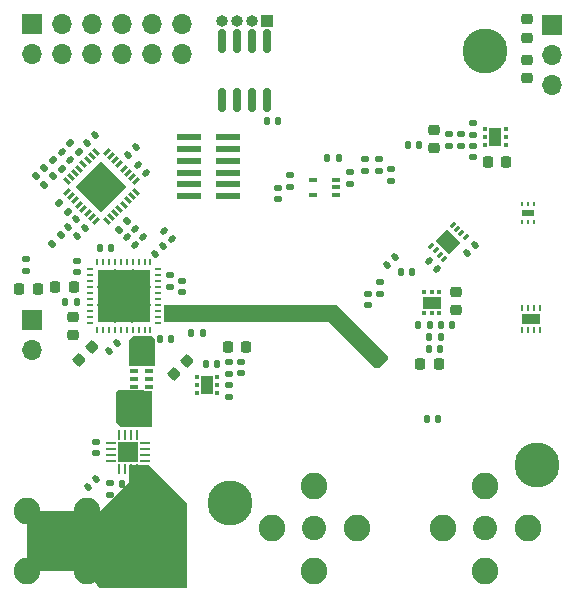
<source format=gbr>
%TF.GenerationSoftware,KiCad,Pcbnew,(6.0.4)*%
%TF.CreationDate,2023-05-22T00:57:41+09:00*%
%TF.ProjectId,RFB,5246422e-6b69-4636-9164-5f7063625858,rev?*%
%TF.SameCoordinates,Original*%
%TF.FileFunction,Soldermask,Bot*%
%TF.FilePolarity,Negative*%
%FSLAX46Y46*%
G04 Gerber Fmt 4.6, Leading zero omitted, Abs format (unit mm)*
G04 Created by KiCad (PCBNEW (6.0.4)) date 2023-05-22 00:57:41*
%MOMM*%
%LPD*%
G01*
G04 APERTURE LIST*
G04 Aperture macros list*
%AMRoundRect*
0 Rectangle with rounded corners*
0 $1 Rounding radius*
0 $2 $3 $4 $5 $6 $7 $8 $9 X,Y pos of 4 corners*
0 Add a 4 corners polygon primitive as box body*
4,1,4,$2,$3,$4,$5,$6,$7,$8,$9,$2,$3,0*
0 Add four circle primitives for the rounded corners*
1,1,$1+$1,$2,$3*
1,1,$1+$1,$4,$5*
1,1,$1+$1,$6,$7*
1,1,$1+$1,$8,$9*
0 Add four rect primitives between the rounded corners*
20,1,$1+$1,$2,$3,$4,$5,0*
20,1,$1+$1,$4,$5,$6,$7,0*
20,1,$1+$1,$6,$7,$8,$9,0*
20,1,$1+$1,$8,$9,$2,$3,0*%
%AMRotRect*
0 Rectangle, with rotation*
0 The origin of the aperture is its center*
0 $1 length*
0 $2 width*
0 $3 Rotation angle, in degrees counterclockwise*
0 Add horizontal line*
21,1,$1,$2,0,0,$3*%
G04 Aperture macros list end*
%ADD10C,0.000000*%
%ADD11R,1.100000X0.600000*%
%ADD12R,0.200000X0.400000*%
%ADD13R,0.250000X0.500000*%
%ADD14R,1.600000X0.900000*%
%ADD15RoundRect,0.062500X-0.062500X0.325000X-0.062500X-0.325000X0.062500X-0.325000X0.062500X0.325000X0*%
%ADD16RoundRect,0.062500X-0.325000X0.062500X-0.325000X-0.062500X0.325000X-0.062500X0.325000X0.062500X0*%
%ADD17R,1.750000X1.750000*%
%ADD18C,3.800000*%
%ADD19C,2.600000*%
%ADD20C,2.250000*%
%ADD21C,2.050000*%
%ADD22R,1.700000X1.700000*%
%ADD23O,1.700000X1.700000*%
%ADD24R,1.000000X1.000000*%
%ADD25O,1.000000X1.000000*%
%ADD26RoundRect,0.225000X0.225000X0.250000X-0.225000X0.250000X-0.225000X-0.250000X0.225000X-0.250000X0*%
%ADD27RoundRect,0.225000X-0.017678X0.335876X-0.335876X0.017678X0.017678X-0.335876X0.335876X-0.017678X0*%
%ADD28RoundRect,0.093750X-0.093750X-0.106250X0.093750X-0.106250X0.093750X0.106250X-0.093750X0.106250X0*%
%ADD29R,1.000000X1.600000*%
%ADD30RoundRect,0.140000X0.140000X0.170000X-0.140000X0.170000X-0.140000X-0.170000X0.140000X-0.170000X0*%
%ADD31RotRect,0.250000X0.600000X45.000000*%
%ADD32RotRect,0.250000X0.600000X135.000000*%
%ADD33RotRect,3.100000X3.100000X135.000000*%
%ADD34RoundRect,0.135000X-0.135000X-0.185000X0.135000X-0.185000X0.135000X0.185000X-0.135000X0.185000X0*%
%ADD35RoundRect,0.225000X-0.250000X0.225000X-0.250000X-0.225000X0.250000X-0.225000X0.250000X0.225000X0*%
%ADD36RoundRect,0.135000X0.135000X0.185000X-0.135000X0.185000X-0.135000X-0.185000X0.135000X-0.185000X0*%
%ADD37RoundRect,0.135000X0.035355X-0.226274X0.226274X-0.035355X-0.035355X0.226274X-0.226274X0.035355X0*%
%ADD38RoundRect,0.140000X-0.140000X-0.170000X0.140000X-0.170000X0.140000X0.170000X-0.140000X0.170000X0*%
%ADD39RoundRect,0.135000X0.185000X-0.135000X0.185000X0.135000X-0.185000X0.135000X-0.185000X-0.135000X0*%
%ADD40RoundRect,0.147500X-0.147500X-0.172500X0.147500X-0.172500X0.147500X0.172500X-0.147500X0.172500X0*%
%ADD41RoundRect,0.135000X-0.185000X0.135000X-0.185000X-0.135000X0.185000X-0.135000X0.185000X0.135000X0*%
%ADD42RoundRect,0.093750X0.106250X-0.093750X0.106250X0.093750X-0.106250X0.093750X-0.106250X-0.093750X0*%
%ADD43R,1.600000X1.000000*%
%ADD44RoundRect,0.140000X0.170000X-0.140000X0.170000X0.140000X-0.170000X0.140000X-0.170000X-0.140000X0*%
%ADD45R,2.000000X0.500000*%
%ADD46RoundRect,0.140000X-0.219203X-0.021213X-0.021213X-0.219203X0.219203X0.021213X0.021213X0.219203X0*%
%ADD47RoundRect,0.140000X-0.021213X0.219203X-0.219203X0.021213X0.021213X-0.219203X0.219203X-0.021213X0*%
%ADD48RoundRect,0.140000X-0.170000X0.140000X-0.170000X-0.140000X0.170000X-0.140000X0.170000X0.140000X0*%
%ADD49RoundRect,0.087500X-0.061872X-0.185616X0.185616X0.061872X0.061872X0.185616X-0.185616X-0.061872X0*%
%ADD50RotRect,1.400000X1.600000X45.000000*%
%ADD51RoundRect,0.093750X0.093750X0.106250X-0.093750X0.106250X-0.093750X-0.106250X0.093750X-0.106250X0*%
%ADD52R,0.249999X0.599999*%
%ADD53R,0.599999X0.249999*%
%ADD54C,0.500000*%
%ADD55R,4.500001X4.500001*%
%ADD56RoundRect,0.225000X0.017678X-0.335876X0.335876X-0.017678X-0.017678X0.335876X-0.335876X0.017678X0*%
%ADD57RoundRect,0.140000X0.219203X0.021213X0.021213X0.219203X-0.219203X-0.021213X-0.021213X-0.219203X0*%
%ADD58RoundRect,0.147500X-0.172500X0.147500X-0.172500X-0.147500X0.172500X-0.147500X0.172500X0.147500X0*%
%ADD59R,0.650000X0.400000*%
%ADD60RoundRect,0.135000X-0.035355X0.226274X-0.226274X0.035355X0.035355X-0.226274X0.226274X-0.035355X0*%
%ADD61RoundRect,0.225000X0.250000X-0.225000X0.250000X0.225000X-0.250000X0.225000X-0.250000X-0.225000X0*%
%ADD62RoundRect,0.150000X0.150000X-0.825000X0.150000X0.825000X-0.150000X0.825000X-0.150000X-0.825000X0*%
%ADD63RoundRect,0.135000X-0.226274X-0.035355X-0.035355X-0.226274X0.226274X0.035355X0.035355X0.226274X0*%
%ADD64RoundRect,0.140000X0.021213X-0.219203X0.219203X-0.021213X-0.021213X0.219203X-0.219203X0.021213X0*%
%ADD65RoundRect,0.135000X0.226274X0.035355X0.035355X0.226274X-0.226274X-0.035355X-0.035355X-0.226274X0*%
%ADD66RoundRect,0.225000X-0.225000X-0.250000X0.225000X-0.250000X0.225000X0.250000X-0.225000X0.250000X0*%
%ADD67R,0.700000X0.350000*%
G04 APERTURE END LIST*
D10*
G36*
X45313600Y-84861400D02*
G01*
X45313600Y-87147400D01*
X43154600Y-87147400D01*
X43154600Y-84963000D01*
X43510200Y-84607400D01*
X45059600Y-84607400D01*
X45313600Y-84861400D01*
G37*
G36*
X65074800Y-86309200D02*
G01*
X65074800Y-86588600D01*
X64338200Y-87325200D01*
X64008000Y-87325200D01*
X60121800Y-83439000D01*
X46126400Y-83439000D01*
X46126400Y-81965800D01*
X60731400Y-81965800D01*
X65074800Y-86309200D01*
G37*
G36*
X44577000Y-89281000D02*
G01*
X45059600Y-89281000D01*
X45059600Y-92278200D01*
X42443400Y-92278200D01*
X42087800Y-91922600D01*
X42087800Y-89331800D01*
X42265600Y-89154000D01*
X44297600Y-89154000D01*
X44577000Y-89281000D01*
G37*
G36*
X48082200Y-98729800D02*
G01*
X48082200Y-105892600D01*
X40614600Y-105892600D01*
X39598600Y-104521000D01*
X34518600Y-104521000D01*
X34518600Y-99441000D01*
X40716200Y-99441000D01*
X43180000Y-96977200D01*
X43180000Y-95529400D01*
X43256200Y-95478600D01*
X44831000Y-95478600D01*
X48082200Y-98729800D01*
G37*
D11*
%TO.C,U7*%
X76963000Y-74160400D03*
D12*
X76463000Y-74910400D03*
X76963000Y-74910400D03*
X77463000Y-74910400D03*
X77463000Y-73410400D03*
X76963000Y-73410400D03*
X76463000Y-73410400D03*
%TD*%
D13*
%TO.C,IC1*%
X76442600Y-82209600D03*
X76942600Y-82209600D03*
X77442600Y-82209600D03*
X77942600Y-82209600D03*
X77942600Y-84109600D03*
X77442600Y-84109600D03*
X76942600Y-84109600D03*
X76442600Y-84109600D03*
D14*
X77192600Y-83159600D03*
%TD*%
D15*
%TO.C,IC5*%
X42303000Y-92949300D03*
X42803000Y-92949300D03*
X43303000Y-92949300D03*
X43803000Y-92949300D03*
D16*
X44515500Y-93661800D03*
X44515500Y-94161800D03*
X44515500Y-94661800D03*
X44515500Y-95161800D03*
D15*
X43803000Y-95874300D03*
X43303000Y-95874300D03*
X42803000Y-95874300D03*
X42303000Y-95874300D03*
D16*
X41590500Y-95161800D03*
X41590500Y-94661800D03*
X41590500Y-94161800D03*
X41590500Y-93661800D03*
D17*
X43053000Y-94411800D03*
%TD*%
D18*
%TO.C,H3*%
X51689000Y-98704400D03*
D19*
X51689000Y-98704400D03*
%TD*%
D20*
%TO.C,J3*%
X39598600Y-99441000D03*
X39598600Y-104521000D03*
X34518600Y-104521000D03*
X34518600Y-99441000D03*
D21*
X37058600Y-101981000D03*
%TD*%
D20*
%TO.C,J2*%
X58851800Y-104455502D03*
X62443902Y-100863400D03*
X58851800Y-97271298D03*
X55259698Y-100863400D03*
D21*
X58851800Y-100863400D03*
%TD*%
%TO.C,J1*%
X73304400Y-100863400D03*
D20*
X73304400Y-104455502D03*
X69712298Y-100863400D03*
X73304400Y-97271298D03*
X76896502Y-100863400D03*
%TD*%
D19*
%TO.C,H1*%
X77673200Y-95478600D03*
D18*
X77673200Y-95478600D03*
%TD*%
D22*
%TO.C,J9*%
X34950400Y-83230800D03*
D23*
X34950400Y-85770800D03*
%TD*%
D19*
%TO.C,H2*%
X73304400Y-60452000D03*
D18*
X73304400Y-60452000D03*
%TD*%
D22*
%TO.C,J7*%
X34950400Y-58166000D03*
D23*
X34950400Y-60706000D03*
X37490400Y-58166000D03*
X37490400Y-60706000D03*
X40030400Y-58166000D03*
X40030400Y-60706000D03*
X42570400Y-58166000D03*
X42570400Y-60706000D03*
X45110400Y-58166000D03*
X45110400Y-60706000D03*
X47650400Y-58166000D03*
X47650400Y-60706000D03*
%TD*%
D22*
%TO.C,J6*%
X78994000Y-58216800D03*
D23*
X78994000Y-60756800D03*
X78994000Y-63296800D03*
%TD*%
D24*
%TO.C,J5*%
X54813200Y-57886600D03*
D25*
X53543200Y-57886600D03*
X52273200Y-57886600D03*
X51003200Y-57886600D03*
%TD*%
D26*
%TO.C,C141*%
X69380400Y-86969600D03*
X67830400Y-86969600D03*
%TD*%
D27*
%TO.C,C102*%
X48096808Y-86675592D03*
X47000792Y-87771608D03*
%TD*%
D28*
%TO.C,IC10*%
X73265200Y-68396200D03*
X73265200Y-67746200D03*
X73265200Y-67096200D03*
X75040200Y-67096200D03*
X75040200Y-67746200D03*
X75040200Y-68396200D03*
D29*
X74152700Y-67746200D03*
%TD*%
D30*
%TO.C,C69*%
X69314000Y-91617800D03*
X68354000Y-91617800D03*
%TD*%
D31*
%TO.C,U2*%
X43756109Y-72392419D03*
X43402556Y-72745973D03*
X43049002Y-73099526D03*
X42695449Y-73453080D03*
X42341896Y-73806633D03*
X41988342Y-74160186D03*
X41634789Y-74513740D03*
X41281235Y-74867293D03*
D32*
X40361997Y-74867293D03*
X40008443Y-74513740D03*
X39654890Y-74160186D03*
X39301336Y-73806633D03*
X38947783Y-73453080D03*
X38594230Y-73099526D03*
X38240676Y-72745973D03*
X37887123Y-72392419D03*
D31*
X37887123Y-71473181D03*
X38240676Y-71119627D03*
X38594230Y-70766074D03*
X38947783Y-70412520D03*
X39301336Y-70058967D03*
X39654890Y-69705414D03*
X40008443Y-69351860D03*
X40361997Y-68998307D03*
D32*
X41281235Y-68998307D03*
X41634789Y-69351860D03*
X41988342Y-69705414D03*
X42341896Y-70058967D03*
X42695449Y-70412520D03*
X43049002Y-70766074D03*
X43402556Y-71119627D03*
X43756109Y-71473181D03*
D33*
X40821616Y-71932800D03*
%TD*%
D34*
%TO.C,R75*%
X67598100Y-83667600D03*
X68618100Y-83667600D03*
%TD*%
D35*
%TO.C,C122*%
X70853300Y-80860600D03*
X70853300Y-82410600D03*
%TD*%
D36*
%TO.C,R50*%
X49405000Y-84328000D03*
X48385000Y-84328000D03*
%TD*%
D37*
%TO.C,R4*%
X35250176Y-71048824D03*
X35971424Y-70327576D03*
%TD*%
D38*
%TO.C,C30*%
X37775000Y-81711800D03*
X38735000Y-81711800D03*
%TD*%
D30*
%TO.C,C7*%
X70497700Y-83667600D03*
X69537700Y-83667600D03*
%TD*%
D39*
%TO.C,R68*%
X51638200Y-87782400D03*
X51638200Y-86762400D03*
%TD*%
D26*
%TO.C,C121*%
X75095400Y-69824600D03*
X73545400Y-69824600D03*
%TD*%
D40*
%TO.C,L13*%
X42565600Y-97078800D03*
X43535600Y-97078800D03*
%TD*%
D41*
%TO.C,R52*%
X61849000Y-70711600D03*
X61849000Y-71731600D03*
%TD*%
D30*
%TO.C,C13*%
X46733400Y-84861400D03*
X45773400Y-84861400D03*
%TD*%
D42*
%TO.C,IC2*%
X69426900Y-82675500D03*
X68776900Y-82675500D03*
X68126900Y-82675500D03*
X68126900Y-80900500D03*
X68776900Y-80900500D03*
X69426900Y-80900500D03*
D43*
X68776900Y-81788000D03*
%TD*%
D44*
%TO.C,C39*%
X63129100Y-70582000D03*
X63129100Y-69622000D03*
%TD*%
D45*
%TO.C,J10*%
X48235600Y-72756400D03*
X51535600Y-72756400D03*
X48235600Y-71756400D03*
X51535600Y-71756400D03*
X48235600Y-70756400D03*
X51535600Y-70756400D03*
X48235600Y-69756400D03*
X51535600Y-69756400D03*
X48235600Y-68756400D03*
X51535600Y-68756400D03*
X48235600Y-67756400D03*
X51535600Y-67756400D03*
%TD*%
D46*
%TO.C,C27*%
X43688000Y-75539600D03*
X44366822Y-76218422D03*
%TD*%
D47*
%TO.C,C8*%
X40252022Y-67570978D03*
X39573200Y-68249800D03*
%TD*%
D48*
%TO.C,C17*%
X47650400Y-79888200D03*
X47650400Y-80848200D03*
%TD*%
D49*
%TO.C,U20*%
X69823484Y-78047130D03*
X69469931Y-77693577D03*
X69116377Y-77340023D03*
X68762824Y-76986470D03*
X70583624Y-75165670D03*
X70937177Y-75519223D03*
X71290731Y-75872777D03*
X71644284Y-76226330D03*
D50*
X70203554Y-76606400D03*
%TD*%
D48*
%TO.C,C87*%
X34442400Y-78107600D03*
X34442400Y-79067600D03*
%TD*%
D46*
%TO.C,C26*%
X42992989Y-76241589D03*
X43671811Y-76920411D03*
%TD*%
D44*
%TO.C,C42*%
X64322900Y-70582000D03*
X64322900Y-69622000D03*
%TD*%
D30*
%TO.C,C132*%
X69507100Y-85699600D03*
X68547100Y-85699600D03*
%TD*%
D48*
%TO.C,C97*%
X43586400Y-90833000D03*
X43586400Y-91793000D03*
%TD*%
D44*
%TO.C,C34*%
X72273100Y-69436400D03*
X72273100Y-68476400D03*
%TD*%
D46*
%TO.C,C3*%
X37497378Y-68993378D03*
X38176200Y-69672200D03*
%TD*%
D39*
%TO.C,R63*%
X65338900Y-71499001D03*
X65338900Y-70479001D03*
%TD*%
D48*
%TO.C,C32*%
X46659800Y-79456400D03*
X46659800Y-80416400D03*
%TD*%
D51*
%TO.C,IC8*%
X50646100Y-88072200D03*
X50646100Y-88722200D03*
X50646100Y-89372200D03*
X48871100Y-89372200D03*
X48871100Y-88722200D03*
X48871100Y-88072200D03*
D29*
X49758600Y-88722200D03*
%TD*%
D38*
%TO.C,C11*%
X49685000Y-86918800D03*
X50645000Y-86918800D03*
%TD*%
D47*
%TO.C,C123*%
X72450011Y-76901989D03*
X71771189Y-77580811D03*
%TD*%
D48*
%TO.C,C116*%
X52654200Y-86771599D03*
X52654200Y-87731599D03*
%TD*%
D52*
%TO.C,U4*%
X40472797Y-78303801D03*
X40972796Y-78303801D03*
X41472797Y-78303801D03*
X41972796Y-78303801D03*
X42472798Y-78303801D03*
X42972797Y-78303801D03*
X43472796Y-78303801D03*
X43972797Y-78303801D03*
X44472796Y-78303801D03*
X44972798Y-78303801D03*
D53*
X45622797Y-78953799D03*
X45622797Y-79453798D03*
X45622797Y-79953800D03*
X45622797Y-80453799D03*
X45622797Y-80953800D03*
X45622797Y-81453800D03*
X45622797Y-81953798D03*
X45622797Y-82453800D03*
X45622797Y-82953799D03*
X45622797Y-83453801D03*
D52*
X44972798Y-84103799D03*
X44472796Y-84103799D03*
X43972797Y-84103799D03*
X43472796Y-84103799D03*
X42972797Y-84103799D03*
X42472798Y-84103799D03*
X41972796Y-84103799D03*
X41472797Y-84103799D03*
X40972796Y-84103799D03*
X40472797Y-84103799D03*
D53*
X39822798Y-83453801D03*
X39822798Y-82953799D03*
X39822798Y-82453800D03*
X39822798Y-81953798D03*
X39822798Y-81453800D03*
X39822798Y-80953800D03*
X39822798Y-80453799D03*
X39822798Y-79953800D03*
X39822798Y-79453798D03*
X39822798Y-78953799D03*
D54*
X43422800Y-83203800D03*
X43452800Y-79203800D03*
X40722800Y-80473800D03*
X41992800Y-83203800D03*
X43452800Y-80473800D03*
X41992800Y-80473800D03*
X44722800Y-81933800D03*
X43452800Y-81933800D03*
D55*
X42722797Y-81203800D03*
D54*
X41992800Y-81933800D03*
X44722800Y-80473800D03*
X41992800Y-79203800D03*
X40722800Y-81933800D03*
%TD*%
D38*
%TO.C,C24*%
X40670600Y-77165200D03*
X41630600Y-77165200D03*
%TD*%
D56*
%TO.C,C20*%
X38883584Y-86617816D03*
X39979600Y-85521800D03*
%TD*%
D35*
%TO.C,C33*%
X76835000Y-57772000D03*
X76835000Y-59322000D03*
%TD*%
D30*
%TO.C,C43*%
X67726500Y-68400200D03*
X66766500Y-68400200D03*
%TD*%
D48*
%TO.C,C77*%
X63423800Y-81003200D03*
X63423800Y-81963200D03*
%TD*%
D57*
%TO.C,C133*%
X69205976Y-78936222D03*
X68527154Y-78257400D03*
%TD*%
D38*
%TO.C,C38*%
X59946600Y-69519800D03*
X60906600Y-69519800D03*
%TD*%
D48*
%TO.C,C95*%
X55727600Y-72037000D03*
X55727600Y-72997000D03*
%TD*%
D46*
%TO.C,C103*%
X46117189Y-75657389D03*
X46796011Y-76336211D03*
%TD*%
D41*
%TO.C,R73*%
X72273100Y-66518600D03*
X72273100Y-67538600D03*
%TD*%
D30*
%TO.C,C96*%
X44574400Y-89865200D03*
X43614400Y-89865200D03*
%TD*%
D58*
%TO.C,L12*%
X40386000Y-93520400D03*
X40386000Y-94490400D03*
%TD*%
D30*
%TO.C,C76*%
X67104200Y-79197200D03*
X66144200Y-79197200D03*
%TD*%
D44*
%TO.C,C131*%
X70241100Y-68473800D03*
X70241100Y-67513800D03*
%TD*%
D47*
%TO.C,C4*%
X43706422Y-68561578D03*
X43027600Y-69240400D03*
%TD*%
D59*
%TO.C,U13*%
X60655200Y-71359000D03*
X60655200Y-72009000D03*
X60655200Y-72659000D03*
X58755200Y-72659000D03*
X58755200Y-71359000D03*
%TD*%
D60*
%TO.C,R5*%
X43007224Y-74848776D03*
X42285976Y-75570024D03*
%TD*%
D44*
%TO.C,C28*%
X43723400Y-86375200D03*
X43723400Y-85415200D03*
%TD*%
%TO.C,C29*%
X44739400Y-86370000D03*
X44739400Y-85410000D03*
%TD*%
D61*
%TO.C,C106*%
X76835000Y-62776400D03*
X76835000Y-61226400D03*
%TD*%
D44*
%TO.C,C99*%
X41579800Y-98016000D03*
X41579800Y-97056000D03*
%TD*%
D34*
%TO.C,R74*%
X68512500Y-84683600D03*
X69532500Y-84683600D03*
%TD*%
D62*
%TO.C,U6*%
X54813200Y-64563800D03*
X53543200Y-64563800D03*
X52273200Y-64563800D03*
X51003200Y-64563800D03*
X51003200Y-59613800D03*
X52273200Y-59613800D03*
X53543200Y-59613800D03*
X54813200Y-59613800D03*
%TD*%
D37*
%TO.C,R1*%
X36647176Y-76789224D03*
X37368424Y-76067976D03*
%TD*%
D63*
%TO.C,R44*%
X37251752Y-73345152D03*
X37973000Y-74066400D03*
%TD*%
D64*
%TO.C,C1*%
X38751189Y-76107611D03*
X39430011Y-75428789D03*
%TD*%
D65*
%TO.C,R2*%
X37470024Y-70413824D03*
X36748776Y-69692576D03*
%TD*%
D66*
%TO.C,C119*%
X51498200Y-85521800D03*
X53048200Y-85521800D03*
%TD*%
%TO.C,C5*%
X33870600Y-80594200D03*
X35420600Y-80594200D03*
%TD*%
D30*
%TO.C,C91*%
X55775800Y-66344800D03*
X54815800Y-66344800D03*
%TD*%
D61*
%TO.C,C140*%
X68971100Y-68669200D03*
X68971100Y-67119200D03*
%TD*%
D44*
%TO.C,C79*%
X64414400Y-80998000D03*
X64414400Y-80038000D03*
%TD*%
D37*
%TO.C,R7*%
X35986776Y-71785424D03*
X36708024Y-71064176D03*
%TD*%
D41*
%TO.C,R72*%
X71257100Y-67456400D03*
X71257100Y-68476400D03*
%TD*%
D64*
%TO.C,C90*%
X38014589Y-75396411D03*
X38693411Y-74717589D03*
%TD*%
D67*
%TO.C,FL1*%
X43606400Y-88889600D03*
X43606400Y-88239600D03*
X43606400Y-87589600D03*
X44856400Y-87589600D03*
X44856400Y-88239600D03*
X44856400Y-88889600D03*
%TD*%
D39*
%TO.C,R51*%
X56743600Y-71934800D03*
X56743600Y-70914800D03*
%TD*%
D61*
%TO.C,C25*%
X38379400Y-84518800D03*
X38379400Y-82968800D03*
%TD*%
D47*
%TO.C,C22*%
X46059411Y-76978189D03*
X45380589Y-77657011D03*
%TD*%
D48*
%TO.C,C23*%
X38709600Y-78237200D03*
X38709600Y-79197200D03*
%TD*%
D66*
%TO.C,C19*%
X36905600Y-80441800D03*
X38455600Y-80441800D03*
%TD*%
D64*
%TO.C,C98*%
X39716389Y-97342011D03*
X40395211Y-96663189D03*
%TD*%
D63*
%TO.C,R3*%
X38191552Y-68244776D03*
X38912800Y-68966024D03*
%TD*%
D57*
%TO.C,C9*%
X44595422Y-70757422D03*
X43916600Y-70078600D03*
%TD*%
D64*
%TO.C,C21*%
X41418189Y-85886611D03*
X42097011Y-85207789D03*
%TD*%
D39*
%TO.C,R69*%
X51638200Y-89740200D03*
X51638200Y-88720200D03*
%TD*%
D47*
%TO.C,C49*%
X65693611Y-77892589D03*
X65014789Y-78571411D03*
%TD*%
M02*

</source>
